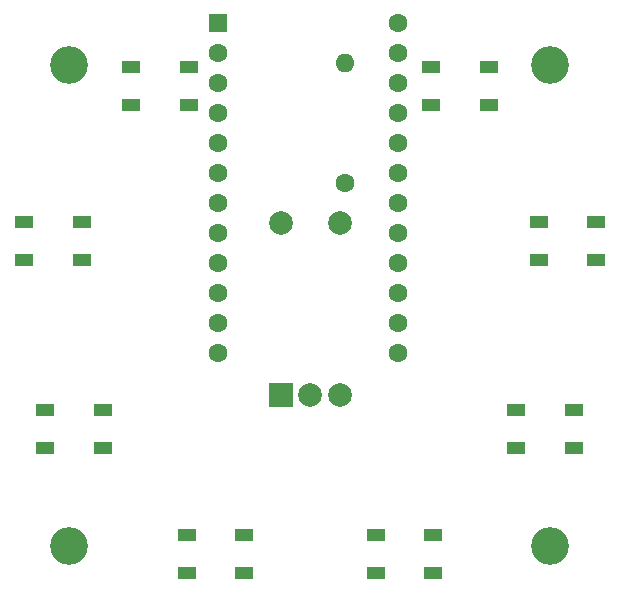
<source format=gbr>
%TF.GenerationSoftware,KiCad,Pcbnew,(5.1.10)-1*%
%TF.CreationDate,2021-11-16T11:27:34+01:00*%
%TF.ProjectId,VolumeKnob,566f6c75-6d65-44b6-9e6f-622e6b696361,rev?*%
%TF.SameCoordinates,Original*%
%TF.FileFunction,Soldermask,Top*%
%TF.FilePolarity,Negative*%
%FSLAX46Y46*%
G04 Gerber Fmt 4.6, Leading zero omitted, Abs format (unit mm)*
G04 Created by KiCad (PCBNEW (5.1.10)-1) date 2021-11-16 11:27:34*
%MOMM*%
%LPD*%
G01*
G04 APERTURE LIST*
%ADD10C,3.200000*%
%ADD11R,2.000000X2.000000*%
%ADD12C,2.000000*%
%ADD13R,1.500000X1.000000*%
%ADD14O,1.600000X1.600000*%
%ADD15C,1.600000*%
%ADD16R,1.600000X1.600000*%
G04 APERTURE END LIST*
D10*
%TO.C,REF\u002A\u002A*%
X59130000Y-95140000D03*
%TD*%
%TO.C,REF\u002A\u002A*%
X59130000Y-54400000D03*
%TD*%
%TO.C,REF\u002A\u002A*%
X99850000Y-54400000D03*
%TD*%
%TO.C,REF\u002A\u002A*%
X99850000Y-95110000D03*
%TD*%
D11*
%TO.C,SW1*%
X77000000Y-82300000D03*
D12*
X79500000Y-82300000D03*
X82000000Y-82300000D03*
X77000000Y-67800000D03*
X82000000Y-67800000D03*
%TD*%
D13*
%TO.C,D8*%
X64350000Y-54600000D03*
X64350000Y-57800000D03*
X69250000Y-54600000D03*
X69250000Y-57800000D03*
%TD*%
D14*
%TO.C,R1*%
X82500000Y-54240000D03*
D15*
X82500000Y-64400000D03*
%TD*%
D16*
%TO.C,U1*%
X71680000Y-50830000D03*
D15*
X71680000Y-53370000D03*
X71680000Y-55910000D03*
X71680000Y-58450000D03*
X71680000Y-60990000D03*
X71680000Y-63530000D03*
X71680000Y-66070000D03*
X71680000Y-68610000D03*
X71680000Y-71150000D03*
X71680000Y-73690000D03*
X71680000Y-76230000D03*
X71680000Y-78770000D03*
X86920000Y-78770000D03*
X86920000Y-76230000D03*
X86920000Y-73690000D03*
X86920000Y-71150000D03*
X86920000Y-68610000D03*
X86920000Y-66070000D03*
X86920000Y-63530000D03*
X86920000Y-60990000D03*
X86920000Y-58450000D03*
X86920000Y-55910000D03*
X86920000Y-53370000D03*
X86920000Y-50830000D03*
%TD*%
D13*
%TO.C,D7*%
X55250000Y-67700000D03*
X55250000Y-70900000D03*
X60150000Y-67700000D03*
X60150000Y-70900000D03*
%TD*%
%TO.C,D6*%
X57050000Y-83600000D03*
X57050000Y-86800000D03*
X61950000Y-83600000D03*
X61950000Y-86800000D03*
%TD*%
%TO.C,D5*%
X69050000Y-94200000D03*
X69050000Y-97400000D03*
X73950000Y-94200000D03*
X73950000Y-97400000D03*
%TD*%
%TO.C,D4*%
X85050000Y-94200000D03*
X85050000Y-97400000D03*
X89950000Y-94200000D03*
X89950000Y-97400000D03*
%TD*%
%TO.C,D3*%
X96950000Y-83600000D03*
X96950000Y-86800000D03*
X101850000Y-83600000D03*
X101850000Y-86800000D03*
%TD*%
%TO.C,D2*%
X98850000Y-67700000D03*
X98850000Y-70900000D03*
X103750000Y-67700000D03*
X103750000Y-70900000D03*
%TD*%
%TO.C,D1*%
X89750000Y-54600000D03*
X89750000Y-57800000D03*
X94650000Y-54600000D03*
X94650000Y-57800000D03*
%TD*%
M02*

</source>
